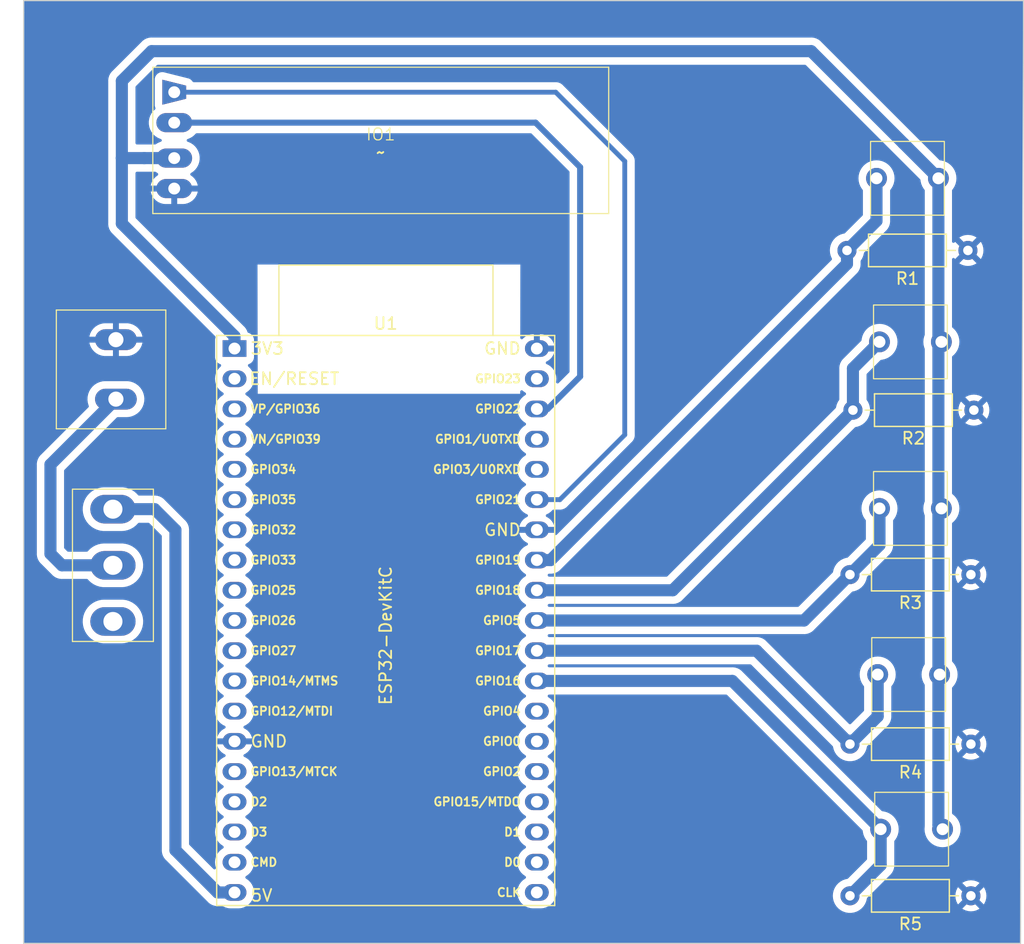
<source format=kicad_pcb>
(kicad_pcb (version 20221018) (generator pcbnew)
  (layers (0 "F.Cu" signal) (31 "B.Cu" signal) (34 "B.Paste" user) (35 "F.Paste" user) (36 "B.SilkS" user "B.Silkscreen") (37 "F.SilkS" user "F.Silkscreen") (38 "B.Mask" user) (39 "F.Mask" user) (44 "Edge.Cuts" user))
  (net 0 "")
  (net 1 "/I2c_SDA")
  (net 2 "/I2c_SCL")
  (net 3 "+3V3")
  (net 4 "GND")
  (net 5 "/BTN_top")
  (net 6 "/BTN_top_mid")
  (net 7 "/BTN_mid")
  (net 8 "/BTN_bot_mid")
  (net 9 "/BTN_bot")
  (net 10 "+9V")
  (net 11 "+BATT")
  (footprint "ARC_remote:2pin button" (layer "F.Cu") (at 112.25 92)
    (fp_text reference "SW6" hide)
    (fp_text value "SW_Push_Open")
    (fp_rect (start 0 0) (end 6.200013 -6.200013) (stroke (width 0.1)) (fill none) (layer "F.SilkS"))
    (pad "1" thru_hole circle (at 0.5 -3.100007) (size 1.75 1.75) (drill 1) (layers "*.Cu" "*.Mask") (net 9 "/BTN_bot"))
    (pad "2" thru_hole circle (at 5.700013 -3.100007) (size 1.75 1.75) (drill 1) (layers "*.Cu" "*.Mask") (net 3 "+3V3"))
  )
  (footprint "LFR_PRESENTABLE:WAGO_SCREW2x1" (layer "F.Cu") (at 47.23 50.25 -90)
    (fp_text reference "U2" hide)
    (fp_text value "~")
    (fp_line (start -4.989 -5.461) (end 4.993 -5.461) (stroke (width 0.1)) (layer "F.SilkS"))
    (fp_line (start -4.989 3.734) (end -4.989 -5.461) (stroke (width 0.1)) (layer "F.SilkS"))
    (fp_line (start 4.993 -5.461) (end 4.993 3.734) (stroke (width 0.1)) (layer "F.SilkS"))
    (fp_line (start 4.993 3.734) (end -4.989 3.734) (stroke (width 0.1)) (layer "F.SilkS"))
    (pad "1" thru_hole oval (at -2.5 -1.27 270) (size 1.75 3.5) (drill 1.27) (layers "*.Cu" "*.Mask") (net 4 "GND"))
    (pad "2" thru_hole oval (at 2.5 -1.27 270) (size 1.75 3.5) (drill 1.27) (layers "*.Cu" "*.Mask") (net 11 "+BATT"))
  )
  (footprint "Resistor_THT:R_Axial_DIN0207_L6.3mm_D2.5mm_P10.16mm_Horizontal" (layer "F.Cu") (at 120.33 81.75 180)
    (fp_text reference "R4" (at 5.08 -2.37) (layer "F.SilkS"))
    (fp_text value "R")
    (fp_line (start 1.04 0) (end 1.81 0) (stroke (width 0.12)) (layer "F.SilkS"))
    (fp_line (start 1.81 -1.37) (end 1.81 1.37) (stroke (width 0.12)) (layer "F.SilkS"))
    (fp_line (start 1.81 1.37) (end 8.35 1.37) (stroke (width 0.12)) (layer "F.SilkS"))
    (fp_line (start 8.35 -1.37) (end 1.81 -1.37) (stroke (width 0.12)) (layer "F.SilkS"))
    (fp_line (start 8.35 1.37) (end 8.35 -1.37) (stroke (width 0.12)) (layer "F.SilkS"))
    (fp_line (start 9.12 0) (end 8.35 0) (stroke (width 0.12)) (layer "F.SilkS"))
    (pad "1" thru_hole circle (at 0 0 180) (size 1.6 1.6) (drill 0.8) (layers "*.Cu" "*.Mask") (net 4 "GND"))
    (pad "2" thru_hole oval (at 10.16 0 180) (size 1.6 1.6) (drill 0.8) (layers "*.Cu" "*.Mask") (net 8 "/BTN_bot_mid"))
  )
  (footprint "Resistor_THT:R_Axial_DIN0207_L6.3mm_D2.5mm_P10.16mm_Horizontal" (layer "F.Cu") (at 120.33 94.5 180)
    (fp_text reference "R5" (at 5.08 -2.37) (layer "F.SilkS"))
    (fp_text value "R")
    (fp_line (start 1.04 0) (end 1.81 0) (stroke (width 0.12)) (layer "F.SilkS"))
    (fp_line (start 1.81 -1.37) (end 1.81 1.37) (stroke (width 0.12)) (layer "F.SilkS"))
    (fp_line (start 1.81 1.37) (end 8.35 1.37) (stroke (width 0.12)) (layer "F.SilkS"))
    (fp_line (start 8.35 -1.37) (end 1.81 -1.37) (stroke (width 0.12)) (layer "F.SilkS"))
    (fp_line (start 8.35 1.37) (end 8.35 -1.37) (stroke (width 0.12)) (layer "F.SilkS"))
    (fp_line (start 9.12 0) (end 8.35 0) (stroke (width 0.12)) (layer "F.SilkS"))
    (pad "1" thru_hole circle (at 0 0 180) (size 1.6 1.6) (drill 0.8) (layers "*.Cu" "*.Mask") (net 4 "GND"))
    (pad "2" thru_hole oval (at 10.16 0 180) (size 1.6 1.6) (drill 0.8) (layers "*.Cu" "*.Mask") (net 9 "/BTN_bot"))
  )
  (footprint "Espressif:ESP32-DevKitC" (layer "F.Cu") (at 58.464987 48.498127)
    (fp_text reference "U1" (at 12.7 -2.1) (layer "F.SilkS"))
    (fp_text value "ESP32-DevKitC" (at 12.7 24.13 90) (layer "F.SilkS"))
    (fp_text user "EN/RESET" (at 8.88632 2.53728 unlocked) (layer "F.SilkS") (effects (justify right)))
    (fp_text user "GPIO32" (at 1.27 15.24 unlocked) (layer "F.SilkS") (effects (font (size 0.7 0.7)) (justify left)))
    (fp_text user "GPIO34" (at 1.27 10.16 unlocked) (layer "F.SilkS") (effects (font (size 0.7 0.7)) (justify left)))
    (fp_text user "GPIO22" (at 24.13 5.08 unlocked) (layer "F.SilkS") (effects (font (size 0.7 0.7)) (justify right)))
    (fp_text user "5V" (at 1.26632 45.97128 unlocked) (layer "F.SilkS") (effects (justify left)))
    (fp_text user "GND" (at 24.13 15.24 unlocked) (layer "F.SilkS") (effects (justify right)))
    (fp_text user "GPIO1/U0TXD" (at 24.13 7.62 unlocked) (layer "F.SilkS") (effects (font (size 0.7 0.7)) (justify right)))
    (fp_text user "CMD" (at 1.27 43.18 unlocked) (layer "F.SilkS") (effects (font (size 0.7 0.7)) (justify left)))
    (fp_text user "GPIO12/MTDI" (at 1.27 30.48 unlocked) (layer "F.SilkS") (effects (font (size 0.7 0.7)) (justify left)))
    (fp_text user "GPIO33" (at 1.27 17.78 unlocked) (layer "F.SilkS") (effects (font (size 0.7 0.7)) (justify left)))
    (fp_text user "VP/GPIO36" (at 1.27 5.08 unlocked) (layer "F.SilkS") (effects (font (size 0.7 0.7)) (justify left)))
    (fp_text user "GPIO3/U0RXD" (at 24.13 10.16 unlocked) (layer "F.SilkS") (effects (font (size 0.7 0.7)) (justify right)))
    (fp_text user "GPIO13/MTCK" (at 1.27 35.56 unlocked) (layer "F.SilkS") (effects (font (size 0.7 0.7)) (justify left)))
    (fp_text user "GPIO16" (at 24.13 27.94 unlocked) (layer "F.SilkS") (effects (font (size 0.7 0.7)) (justify right)))
    (fp_text user "GND" (at 24.13 0 unlocked) (layer "F.SilkS") (effects (justify right)))
    (fp_text user "GPIO0" (at 24.13 33.02 unlocked) (layer "F.SilkS") (effects (font (size 0.7 0.7)) (justify right)))
    (fp_text user "GPIO14/MTMS" (at 1.27 27.94 unlocked) (layer "F.SilkS") (effects (font (size 0.7 0.7)) (justify left)))
    (fp_text user "GPIO17" (at 24.13 25.4 unlocked) (layer "F.SilkS") (effects (font (size 0.7 0.7)) (justify right)))
    (fp_text user "GPIO35" (at 1.27 12.7 unlocked) (layer "F.SilkS") (effects (font (size 0.7 0.7)) (justify left)))
    (fp_text user "D1" (at 24.13 40.64 unlocked) (layer "F.SilkS") (effects (font (size 0.7 0.7)) (justify right)))
    (fp_text user "GND" (at 1.27 33.02 unlocked) (layer "F.SilkS") (effects (justify left)))
    (fp_text user "GPIO26" (at 1.27 22.86 unlocked) (layer "F.SilkS") (effects (font (size 0.7 0.7)) (justify left)))
    (fp_text user "D2" (at 1.27 38.1 unlocked) (layer "F.SilkS") (effects (font (size 0.7 0.7)) (justify left)))
    (fp_text user "3V3" (at 1.27 0 unlocked) (layer "F.SilkS") (effects (justify left)))
    (fp_text user "GPIO25" (at 1.27 20.32 unlocked) (layer "F.SilkS") (effects (font (size 0.7 0.7)) (justify left)))
    (fp_text user "GPIO2" (at 24.13 35.56 unlocked) (layer "F.SilkS") (effects (font (size 0.7 0.7)) (justify right)))
    (fp_text user "VN/GPIO39" (at 1.27 7.62 unlocked) (layer "F.SilkS") (effects (font (size 0.7 0.7)) (justify left)))
    (fp_text user "GPIO4" (at 24.13 30.48 unlocked) (layer "F.SilkS") (effects (font (size 0.7 0.7)) (justify right)))
    (fp_text user "GPIO19" (at 24.13 17.78 unlocked) (layer "F.SilkS") (effects (font (size 0.7 0.7)) (justify right)))
    (fp_text user "GPIO21" (at 24.13 12.7 unlocked) (layer "F.SilkS") (effects (font (size 0.7 0.7)) (justify right)))
    (fp_text user "GPIO23" (at 24.13 2.54 unlocked) (layer "F.SilkS") (effects (font (size 0.7 0.7)) (justify right)))
    (fp_text user "CLK" (at 24.13 45.72 unlocked) (layer "F.SilkS") (effects (font (size 0.7 0.7)) (justify right)))
    (fp_text user "D0" (at 24.13 43.18 unlocked) (layer "F.SilkS") (effects (font (size 0.7 0.7)) (justify right)))
    (fp_text user "GPIO5" (at 24.13 22.86 unlocked) (layer "F.SilkS") (effects (font (size 0.7 0.7)) (justify right)))
    (fp_text user "GPIO27" (at 1.27 25.4 unlocked) (layer "F.SilkS") (effects (font (size 0.7 0.7)) (justify left)))
    (fp_text user "GPIO18" (at 24.13 20.32 unlocked) (layer "F.SilkS") (effects (font (size 0.7 0.7)) (justify right)))
    (fp_text user "D3" (at 1.27 40.64 unlocked) (layer "F.SilkS") (effects (font (size 0.7 0.7)) (justify left)))
    (fp_text user "GPIO15/MTDO" (at 24.13 38.1 unlocked) (layer "F.SilkS") (effects (font (size 0.7 0.7)) (justify right)))
    (fp_line (start -1.5 46.82) (end 26.899999 46.82) (stroke (width 0.12)) (layer "F.SilkS"))
    (fp_line (start -1.499999 -1.1) (end -1.5 46.82) (stroke (width 0.12)) (layer "F.SilkS"))
    (fp_line (start 3.73012 -7.01312) (end 21.71332 -7.01312) (stroke (width 0.12)) (layer "F.SilkS"))
    (fp_line (start 3.73012 -1.12032) (end 3.73012 -7.01312) (stroke (width 0.12)) (layer "F.SilkS"))
    (fp_line (start 21.71332 -7.01312) (end 21.71332 -1.12032) (stroke (width 0.12)) (layer "F.SilkS"))
    (fp_line (start 26.899999 46.82) (end 26.9 -1.1) (stroke (width 0.12)) (layer "F.SilkS"))
    (fp_line (start 26.9 -1.1) (end -1.499999 -1.1) (stroke (width 0.12)) (layer "F.SilkS"))
    (pad "1" thru_hole rect (at 0 0 270) (size 1.4 2) (drill 1) (layers "*.Cu" "*.Mask") (net 3 "+3V3"))
    (pad "2" thru_hole oval (at 0 2.54 270) (size 1.4 2) (drill 1) (layers "*.Cu" "*.Mask"))
    (pad "3" thru_hole oval (at 0 5.08 270) (size 1.4 2) (drill 1) (layers "*.Cu" "*.Mask"))
    (pad "4" thru_hole oval (at 0 7.62 270) (size 1.4 2) (drill 1) (layers "*.Cu" "*.Mask"))
    (pad "5" thru_hole oval (at 0 10.16 270) (size 1.4 2) (drill 1) (layers "*.Cu" "*.Mask"))
    (pad "6" thru_hole oval (at 0 12.7 270) (size 1.4 2) (drill 1) (layers "*.Cu" "*.Mask"))
    (pad "7" thru_hole oval (at 0 15.24 270) (size 1.4 2) (drill 1) (layers "*.Cu" "*.Mask"))
    (pad "8" thru_hole oval (at 0 17.78 270) (size 1.4 2) (drill 1) (layers "*.Cu" "*.Mask"))
    (pad "9" thru_hole oval (at 0 20.32 270) (size 1.4 2) (drill 1) (layers "*.Cu" "*.Mask"))
    (pad "10" thru_hole oval (at 0 22.86 270) (size 1.4 2) (drill 1) (layers "*.Cu" "*.Mask"))
    (pad "11" thru_hole oval (at 0 25.4 270) (size 1.4 2) (drill 1) (layers "*.Cu" "*.Mask"))
    (pad "12" thru_hole oval (at 0 27.94 270) (size 1.4 2) (drill 1) (layers "*.Cu" "*.Mask"))
    (pad "13" thru_hole oval (at 0 30.48 270) (size 1.4 2) (drill 1) (layers "*.Cu" "*.Mask"))
    (pad "14" thru_hole oval (at 0 33.02 270) (size 1.4 2) (drill 1) (layers "*.Cu" "*.Mask") (net 4 "GND"))
    (pad "15" thru_hole oval (at 0 35.56 270) (size 1.4 2) (drill 1) (layers "*.Cu" "*.Mask"))
    (pad "16" thru_hole oval (at 0 38.1 270) (size 1.4 2) (drill 1) (layers "*.Cu" "*.Mask"))
    (pad "17" thru_hole oval (at 0 40.64 270) (size 1.4 2) (drill 1) (layers "*.Cu" "*.Mask"))
    (pad "18" thru_hole oval (at 0 43.18 270) (size 1.4 2) (drill 1) (layers "*.Cu" "*.Mask"))
    (pad "19" thru_hole oval (at 0 45.72 270) (size 1.4 2) (drill 1) (layers "*.Cu" "*.Mask") (net 10 "+9V"))
    (pad "20" thru_hole oval (at 25.39632 45.71728 270) (size 1.4 2) (drill 1) (layers "*.Cu" "*.Mask"))
    (pad "21" thru_hole oval (at 25.39632 43.17728 270) (size 1.4 2) (drill 1) (layers "*.Cu" "*.Mask"))
    (pad "22" thru_hole oval (at 25.4 40.64 270) (size 1.4 2) (drill 1) (layers "*.Cu" "*.Mask"))
    (pad "23" thru_hole oval (at 25.4 38.1 270) (size 1.4 2) (drill 1) (layers "*.Cu" "*.Mask"))
    (pad "24" thru_hole oval (at 25.4 35.56 270) (size 1.4 2) (drill 1) (layers "*.Cu" "*.Mask"))
    (pad "25" thru_hole oval (at 25.4 33.02 270) (size 1.4 2) (drill 1) (layers "*.Cu" "*.Mask"))
    (pad "26" thru_hole oval (at 25.4 30.48 270) (size 1.4 2) (drill 1) (layers "*.Cu" "*.Mask"))
    (pad "27" thru_hole oval (at 25.4 27.94 270) (size 1.4 2) (drill 1) (layers "*.Cu" "*.Mask") (net 9 "/BTN_bot"))
    (pad "28" thru_hole oval (at 25.4 25.4 270) (size 1.4 2) (drill 1) (layers "*.Cu" "*.Mask") (net 8 "/BTN_bot_mid"))
    (pad "29" thru_hole oval (at 25.4 22.86 270) (size 1.4 2) (drill 1) (layers "*.Cu" "*.Mask") (net 7 "/BTN_mid"))
    (pad "30" thru_hole oval (at 25.4 20.32 270) (size 1.4 2) (drill 1) (layers "*.Cu" "*.Mask") (net 6 "/BTN_top_mid"))
    (pad "31" thru_hole oval (at 25.4 17.78 270) (size 1.4 2) (drill 1) (layers "*.Cu" "*.Mask") (net 5 "/BTN_top"))
    (pad "32" thru_hole oval (at 25.4 15.24 270) (size 1.4 2) (drill 1) (layers "*.Cu" "*.Mask") (net 4 "GND"))
    (pad "33" thru_hole oval (at 25.4 12.7 270) (size 1.4 2) (drill 1) (layers "*.Cu" "*.Mask") (net 1 "/I2c_SDA"))
    (pad "34" thru_hole oval (at 25.4 10.16 270) (size 1.4 2) (drill 1) (layers "*.Cu" "*.Mask"))
    (pad "35" thru_hole oval (at 25.4 7.62 270) (size 1.4 2) (drill 1) (layers "*.Cu" "*.Mask"))
    (pad "36" thru_hole oval (at 25.4 5.08 270) (size 1.4 2) (drill 1) (layers "*.Cu" "*.Mask") (net 2 "/I2c_SCL"))
    (pad "37" thru_hole oval (at 25.4 2.54 270) (size 1.4 2) (drill 1) (layers "*.Cu" "*.Mask"))
    (pad "38" thru_hole oval (at 25.4 0 270) (size 1.4 2) (drill 1) (layers "*.Cu" "*.Mask") (net 4 "GND"))
    (zone (net 0) (net_name "") (layers "F&B.Cu") (name "ANTENNA") (connect_pads (clearance 0)) (min_thickness 0.25)
      (keepout (tracks not_allowed) (vias not_allowed) (pads not_allowed) (copperpour not_allowed) (footprints allowed))
      (fill (thermal_gap 0.5) (thermal_bridge_width 0.5))
      (polygon (pts (xy 60.395107 41.435007) (xy 60.414987 52.298127) (xy 82.464987 52.298127) (xy 82.478307 41.435007)))
    )
  )
  (footprint "Resistor_THT:R_Axial_DIN0207_L6.3mm_D2.5mm_P10.16mm_Horizontal" (layer "F.Cu") (at 120.08 40.25 180)
    (fp_text reference "R1" (at 5.08 -2.37) (layer "F.SilkS"))
    (fp_text value "R")
    (fp_line (start 1.04 0) (end 1.81 0) (stroke (width 0.12)) (layer "F.SilkS"))
    (fp_line (start 1.81 -1.37) (end 1.81 1.37) (stroke (width 0.12)) (layer "F.SilkS"))
    (fp_line (start 1.81 1.37) (end 8.35 1.37) (stroke (width 0.12)) (layer "F.SilkS"))
    (fp_line (start 8.35 -1.37) (end 1.81 -1.37) (stroke (width 0.12)) (layer "F.SilkS"))
    (fp_line (start 8.35 1.37) (end 8.35 -1.37) (stroke (width 0.12)) (layer "F.SilkS"))
    (fp_line (start 9.12 0) (end 8.35 0) (stroke (width 0.12)) (layer "F.SilkS"))
    (pad "1" thru_hole circle (at 0 0 180) (size 1.6 1.6) (drill 0.8) (layers "*.Cu" "*.Mask") (net 4 "GND"))
    (pad "2" thru_hole oval (at 10.16 0 180) (size 1.6 1.6) (drill 0.8) (layers "*.Cu" "*.Mask") (net 5 "/BTN_top"))
  )
  (footprint "ARC_remote:2pin button" (layer "F.Cu") (at 111.9 37.2875)
    (fp_text reference "SW2" hide)
    (fp_text value "SW_Push_Open")
    (fp_rect (start 0 0) (end 6.200013 -6.200013) (stroke (width 0.1)) (fill none) (layer "F.SilkS"))
    (pad "1" thru_hole circle (at 0.5 -3.100007) (size 1.75 1.75) (drill 1) (layers "*.Cu" "*.Mask") (net 5 "/BTN_top"))
    (pad "2" thru_hole circle (at 5.700013 -3.100007) (size 1.75 1.75) (drill 1) (layers "*.Cu" "*.Mask") (net 3 "+3V3"))
  )
  (footprint "ARC_remote:0.91_OLED_I2C" (layer "F.Cu") (at 70.75 31)
    (fp_text reference "IO1" (at 0 -0.5 unlocked) (layer "F.SilkS") (effects (font (thickness 0.1))))
    (fp_text value "~" (at 0 1 unlocked) (layer "F.SilkS"))
    (fp_line (start -19.15 -6.15) (end -19.15 6.15) (stroke (width 0.1)) (layer "F.SilkS"))
    (fp_line (start -19.15 6.15) (end 19.15 6.15) (stroke (width 0.1)) (layer "F.SilkS"))
    (fp_line (start 19.15 -6.15) (end -19.15 -6.15) (stroke (width 0.1)) (layer "F.SilkS"))
    (fp_line (start 19.15 6.15) (end 19.15 -6.15) (stroke (width 0.1)) (layer "F.SilkS"))
    (pad "1" thru_hole trapezoid (at -17.35 -4.05) (size 2 1.6) (rect_delta 0.5 0) (drill 1) (layers "*.Cu" "*.Mask") (net 1 "/I2c_SDA"))
    (pad "2" thru_hole oval (at -17.35 -1.49) (size 3 1.6) (drill 1) (layers "*.Cu" "*.Mask") (net 2 "/I2c_SCL"))
    (pad "3" thru_hole oval (at -17.35 1.49) (size 3 1.6) (drill 1) (layers "*.Cu" "*.Mask") (net 3 "+3V3"))
    (pad "4" thru_hole oval (at -17.35 4.05) (size 3 1.6) (drill 1) (layers "*.Cu" "*.Mask") (net 4 "GND"))
  )
  (footprint "ARC_remote:2pin button" (layer "F.Cu") (at 112 79)
    (fp_text reference "SW5" hide)
    (fp_text value "SW_Push_Open")
    (fp_rect (start 0 0) (end 6.200013 -6.200013) (stroke (width 0.1)) (fill none) (layer "F.SilkS"))
    (pad "1" thru_hole circle (at 0.5 -3.100007) (size 1.75 1.75) (drill 1) (layers "*.Cu" "*.Mask") (net 8 "/BTN_bot_mid"))
    (pad "2" thru_hole circle (at 5.700013 -3.100007) (size 1.75 1.75) (drill 1) (layers "*.Cu" "*.Mask") (net 3 "+3V3"))
  )
  (footprint "Resistor_THT:R_Axial_DIN0207_L6.3mm_D2.5mm_P10.16mm_Horizontal" (layer "F.Cu") (at 120.58 53.675 180)
    (fp_text reference "R2" (at 5.08 -2.37) (layer "F.SilkS"))
    (fp_text value "R")
    (fp_line (start 1.04 0) (end 1.81 0) (stroke (width 0.12)) (layer "F.SilkS"))
    (fp_line (start 1.81 -1.37) (end 1.81 1.37) (stroke (width 0.12)) (layer "F.SilkS"))
    (fp_line (start 1.81 1.37) (end 8.35 1.37) (stroke (width 0.12)) (layer "F.SilkS"))
    (fp_line (start 8.35 -1.37) (end 1.81 -1.37) (stroke (width 0.12)) (layer "F.SilkS"))
    (fp_line (start 8.35 1.37) (end 8.35 -1.37) (stroke (width 0.12)) (layer "F.SilkS"))
    (fp_line (start 9.12 0) (end 8.35 0) (stroke (width 0.12)) (layer "F.SilkS"))
    (pad "1" thru_hole circle (at 0 0 180) (size 1.6 1.6) (drill 0.8) (layers "*.Cu" "*.Mask") (net 4 "GND"))
    (pad "2" thru_hole oval (at 10.16 0 180) (size 1.6 1.6) (drill 0.8) (layers "*.Cu" "*.Mask") (net 6 "/BTN_top_mid"))
  )
  (footprint "ARC_remote:2pin button" (layer "F.Cu") (at 112.15 51.0375)
    (fp_text reference "SW3" hide)
    (fp_text value "SW_Push_Open")
    (fp_rect (start 0 0) (end 6.200013 -6.200013) (stroke (width 0.1)) (fill none) (layer "F.SilkS"))
    (pad "1" thru_hole circle (at 0.5 -3.100007) (size 1.75 1.75) (drill 1) (layers "*.Cu" "*.Mask") (net 6 "/BTN_top_mid"))
    (pad "2" thru_hole circle (at 5.700013 -3.100007) (size 1.75 1.75) (drill 1) (layers "*.Cu" "*.Mask") (net 3 "+3V3"))
  )
  (footprint "ARC_remote:SPDT_THROUGH_HOLE" (layer "F.Cu") (at 44.85 73.12)
    (fp_text reference "SW1" hide)
    (fp_text value "~")
    (fp_line (start 0 -12.8) (end 6.8 -12.8) (stroke (width 0.1)) (layer "F.SilkS"))
    (fp_line (start 0 0) (end 0 -12.8) (stroke (width 0.1)) (layer "F.SilkS"))
    (fp_line (start 6.8 -12.8) (end 6.8 0) (stroke (width 0.1)) (layer "F.SilkS"))
    (fp_line (start 6.8 0) (end 0 0) (stroke (width 0.1)) (layer "F.SilkS"))
    (pad "1" thru_hole oval (at 3.4 -11.12) (size 3.8 2.4) (drill 1.6) (layers "*.Cu" "*.Mask") (net 10 "+9V"))
    (pad "2" thru_hole oval (at 3.4 -6.4) (size 3.8 2.4) (drill 1.6) (layers "*.Cu" "*.Mask") (net 11 "+BATT"))
    (pad "3" thru_hole oval (at 3.4 -1.68) (size 3.8 2.4) (drill 1.6) (layers "*.Cu" "*.Mask"))
  )
  (footprint "ARC_remote:2pin button" (layer "F.Cu") (at 112.15 65.0375)
    (fp_text reference "SW4" hide)
    (fp_text value "SW_Push_Open")
    (fp_rect (start 0 0) (end 6.200013 -6.200013) (stroke (width 0.1)) (fill none) (layer "F.SilkS"))
    (pad "1" thru_hole circle (at 0.5 -3.100007) (size 1.75 1.75) (drill 1) (layers "*.Cu" "*.Mask") (net 7 "/BTN_mid"))
    (pad "2" thru_hole circle (at 5.700013 -3.100007) (size 1.75 1.75) (drill 1) (layers "*.Cu" "*.Mask") (net 3 "+3V3"))
  )
  (footprint "Resistor_THT:R_Axial_DIN0207_L6.3mm_D2.5mm_P10.16mm_Horizontal" (layer "F.Cu") (at 120.33 67.5 180)
    (fp_text reference "R3" (at 5.08 -2.37) (layer "F.SilkS"))
    (fp_text value "R")
    (fp_line (start 1.04 0) (end 1.81 0) (stroke (width 0.12)) (layer "F.SilkS"))
    (fp_line (start 1.81 -1.37) (end 1.81 1.37) (stroke (width 0.12)) (layer "F.SilkS"))
    (fp_line (start 1.81 1.37) (end 8.35 1.37) (stroke (width 0.12)) (layer "F.SilkS"))
    (fp_line (start 8.35 -1.37) (end 1.81 -1.37) (stroke (width 0.12)) (layer "F.SilkS"))
    (fp_line (start 8.35 1.37) (end 8.35 -1.37) (stroke (width 0.12)) (layer "F.SilkS"))
    (fp_line (start 9.12 0) (end 8.35 0) (stroke (width 0.12)) (layer "F.SilkS"))
    (pad "1" thru_hole circle (at 0 0 180) (size 1.6 1.6) (drill 0.8) (layers "*.Cu" "*.Mask") (net 4 "GND"))
    (pad "2" thru_hole oval (at 10.16 0 180) (size 1.6 1.6) (drill 0.8) (layers "*.Cu" "*.Mask") (net 7 "/BTN_mid"))
  )
  (gr_line (start 40.75 20.25) (end 40.75 98.5) (stroke (width 0.1)) (layer "Edge.Cuts"))
  (gr_line (start 124.75 19.25) (end 40.75 19.25) (stroke (width 0.1)) (layer "Edge.Cuts"))
  (gr_line (start 124.75 21.75) (end 124.75 19.25) (stroke (width 0.1)) (layer "Edge.Cuts"))
  (gr_line (start 124.5 98.5) (end 124.75 21.75) (stroke (width 0.1)) (layer "Edge.Cuts"))
  (gr_line (start 40.75 98.5) (end 124.5 98.5) (stroke (width 0.1)) (layer "Edge.Cuts"))
  (gr_line (start 40.75 19.25) (end 40.75 20.25) (stroke (width 0.1)) (layer "Edge.Cuts"))
  (segment (start 91.25 32.75) (end 85.45 26.95) (width 0.4064) (layer "B.Cu") (net 1))
  (segment (start 83.864987 61.198127) (end 85.801873 61.198127) (width 0.4064) (layer "B.Cu") (net 1))
  (segment (start 85.45 26.95) (end 53.4 26.95) (width 0.4064) (layer "B.Cu") (net 1))
  (segment (start 91.25 55.75) (end 91.25 32.75) (width 0.4064) (layer "B.Cu") (net 1))
  (segment (start 85.801873 61.198127) (end 91.25 55.75) (width 0.4064) (layer "B.Cu") (net 1))
  (segment (start 53.4 29.51) (end 83.76 29.51) (width 0.508) (layer "B.Cu") (net 2))
  (segment (start 83.76 29.51) (end 87.5 33.25) (width 0.508) (layer "B.Cu") (net 2))
  (segment (start 87.5 33.25) (end 87.5 50.851114) (width 0.508) (layer "B.Cu") (net 2))
  (segment (start 84.772987 53.578127) (end 83.864987 53.578127) (width 0.508) (layer "B.Cu") (net 2))
  (segment (start 87.5 50.851114) (end 84.772987 53.578127) (width 0.508) (layer "B.Cu") (net 2))
  (segment (start 114.66252 31.25) (end 117.600013 34.187493) (width 1.015) (layer "B.Cu") (net 3))
  (segment (start 58.464987 47.464987) (end 49 38) (width 1.016) (layer "B.Cu") (net 3))
  (segment (start 58.464987 48.498127) (end 58.464987 47.464987) (width 1.016) (layer "B.Cu") (net 3))
  (segment (start 49 26) (end 51.5 23.5) (width 1.016) (layer "B.Cu") (net 3))
  (segment (start 50.884 32.49) (end 49 32.49) (width 1.016) (layer "B.Cu") (net 3))
  (segment (start 50.884 32.49) (end 53.4 32.49) (width 1.016) (layer "B.Cu") (net 3))
  (segment (start 117.600013 88.549993) (end 117.950013 88.899993) (width 1.015) (layer "B.Cu") (net 3))
  (segment (start 117.600013 34.187493) (end 117.600013 88.549993) (width 1.015) (layer "B.Cu") (net 3))
  (segment (start 51.5 23.5) (end 106.91252 23.5) (width 1.016) (layer "B.Cu") (net 3))
  (segment (start 106.91252 23.5) (end 114.66252 31.25) (width 1.016) (layer "B.Cu") (net 3))
  (segment (start 49 38) (end 49 32.49) (width 1.016) (layer "B.Cu") (net 3))
  (segment (start 49 32.49) (end 49 26) (width 1.016) (layer "B.Cu") (net 3))
  (segment (start 112.4 37.77) (end 109.92 40.25) (width 1.015) (layer "B.Cu") (net 5))
  (segment (start 103.900685 47.400685) (end 85.023243 66.278127) (width 1.015) (layer "B.Cu") (net 5))
  (segment (start 109.92 40.25) (end 109.92 41.38137) (width 1.015) (layer "B.Cu") (net 5))
  (segment (start 109.92 41.38137) (end 103.900685 47.400685) (width 1.015) (layer "B.Cu") (net 5))
  (segment (start 85.023243 66.278127) (end 83.864987 66.278127) (width 1.015) (layer "B.Cu") (net 5))
  (segment (start 112.4 34.187493) (end 112.4 37.77) (width 1.015) (layer "B.Cu") (net 5))
  (segment (start 110.42 53.675) (end 110.42 50.167493) (width 1.015) (layer "B.Cu") (net 6))
  (segment (start 110.42 50.167493) (end 112.65 47.937493) (width 1.015) (layer "B.Cu") (net 6))
  (segment (start 95.276873 68.818127) (end 83.864987 68.818127) (width 1.015) (layer "B.Cu") (net 6))
  (segment (start 110.42 53.675) (end 95.276873 68.818127) (width 1.015) (layer "B.Cu") (net 6))
  (segment (start 110.17 67.5) (end 106.311873 71.358127) (width 1.015) (layer "B.Cu") (net 7))
  (segment (start 106.311873 71.358127) (end 83.864987 71.358127) (width 1.015) (layer "B.Cu") (net 7))
  (segment (start 112.65 61.937493) (end 112.65 65.02) (width 1.015) (layer "B.Cu") (net 7))
  (segment (start 112.65 65.02) (end 110.17 67.5) (width 1.015) (layer "B.Cu") (net 7))
  (segment (start 112.5 79.42) (end 110.17 81.75) (width 1.015) (layer "B.Cu") (net 8))
  (segment (start 110.17 81.75) (end 102.318127 73.898127) (width 1.015) (layer "B.Cu") (net 8))
  (segment (start 112.5 75.899993) (end 112.5 79.42) (width 1.015) (layer "B.Cu") (net 8))
  (segment (start 102.318127 73.898127) (end 83.864987 73.898127) (width 1.015) (layer "B.Cu") (net 8))
  (segment (start 100.288134 76.438127) (end 83.864987 76.438127) (width 1.015) (layer "B.Cu") (net 9))
  (segment (start 112.75 88.899993) (end 100.288134 76.438127) (width 1.015) (layer "B.Cu") (net 9))
  (segment (start 112.75 91.92) (end 110.17 94.5) (width 1.015) (layer "B.Cu") (net 9))
  (segment (start 112.75 88.899993) (end 112.75 91.92) (width 1.015) (layer "B.Cu") (net 9))
  (segment (start 53.5 63.75) (end 53.5 90.66814) (width 1.015) (layer "B.Cu") (net 10))
  (segment (start 57.049987 94.218127) (end 58.464987 94.218127) (width 1.015) (layer "B.Cu") (net 10))
  (segment (start 51.75 62) (end 53.5 63.75) (width 1.015) (layer "B.Cu") (net 10))
  (segment (start 48.25 62) (end 51.75 62) (width 1.015) (layer "B.Cu") (net 10))
  (segment (start 53.5 90.66814) (end 57.049987 94.218127) (width 1.015) (layer "B.Cu") (net 10))
  (segment (start 48.5 52.75) (end 43 58.25) (width 1.016) (layer "B.Cu") (net 11))
  (segment (start 43 65.75) (end 43.97 66.72) (width 1.016) (layer "B.Cu") (net 11))
  (segment (start 43.97 66.72) (end 48.25 66.72) (width 1.016) (layer "B.Cu") (net 11))
  (segment (start 43 58.25) (end 43 65.75) (width 1.016) (layer "B.Cu") (net 11))
  (zone (net 4) (net_name "GND") (layer "B.Cu") (connect_pads (clearance 0.5)) (min_thickness 0.25) (fill yes (thermal_gap 0.5) (thermal_bridge_width 0.5))
    (polygon (pts (xy 40.75 19.25) (xy 40.75 98.5) (xy 124.5 98.5) (xy 124.75 19.25)))
  )
)
</source>
